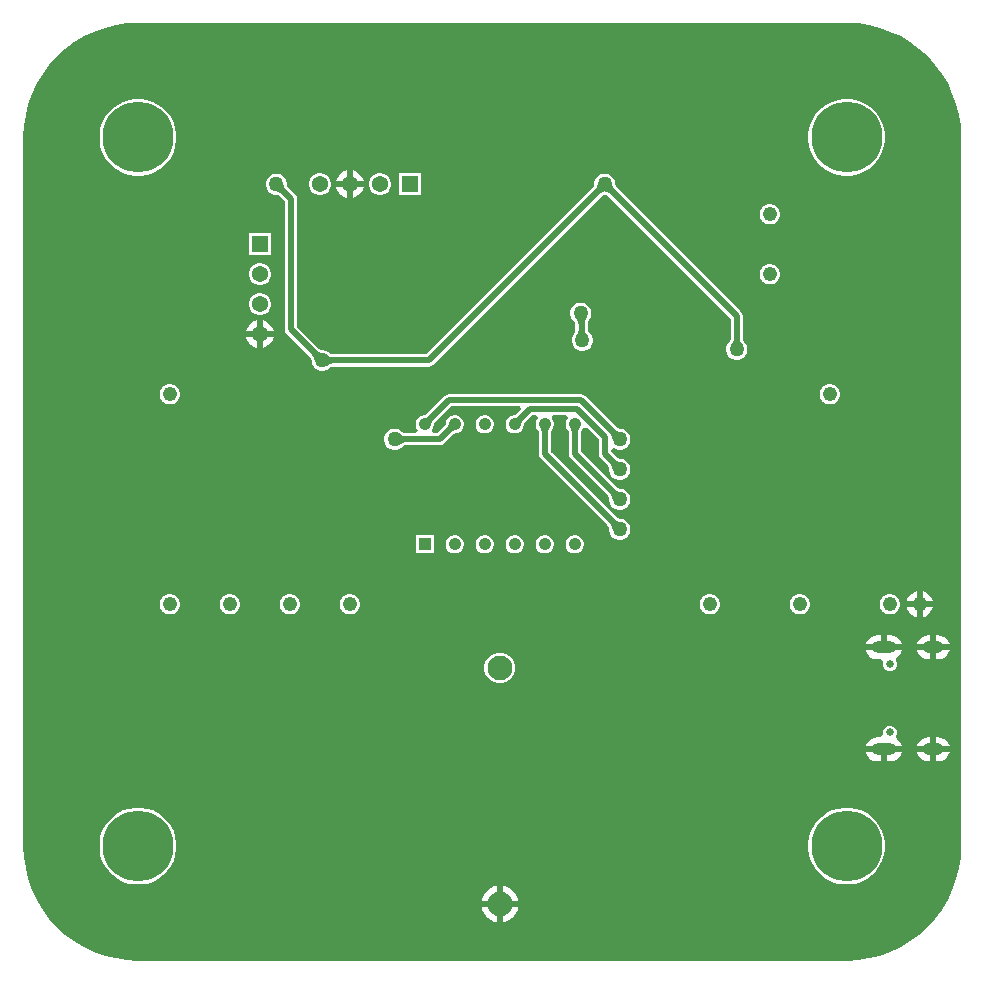
<source format=gbl>
G04*
G04 #@! TF.GenerationSoftware,Altium Limited,Altium Designer,25.3.3 (18)*
G04*
G04 Layer_Physical_Order=2*
G04 Layer_Color=16711680*
%FSLAX44Y44*%
%MOMM*%
G71*
G04*
G04 #@! TF.SameCoordinates,4553B921-64C7-485E-A772-E3B30A5B98F9*
G04*
G04*
G04 #@! TF.FilePolarity,Positive*
G04*
G01*
G75*
%ADD84C,0.5080*%
%ADD89C,1.3700*%
%ADD90R,1.3700X1.3700*%
%ADD91C,1.2400*%
%ADD92C,2.1000*%
%ADD93C,1.0500*%
%ADD94R,1.0500X1.0500*%
%ADD95O,1.8000X1.0000*%
%ADD96O,2.1000X1.0000*%
%ADD97C,0.6500*%
%ADD98R,1.3700X1.3700*%
%ADD99C,6.0000*%
%ADD100C,1.2700*%
G36*
X709503Y796483D02*
X718914Y795087D01*
X728143Y792775D01*
X737101Y789570D01*
X745702Y785502D01*
X753862Y780611D01*
X761504Y774943D01*
X768554Y768554D01*
X774943Y761504D01*
X780611Y753862D01*
X785502Y745702D01*
X789570Y737101D01*
X792775Y728143D01*
X795087Y718914D01*
X796483Y709503D01*
X796940Y700199D01*
X796900Y700000D01*
Y100000D01*
X796940Y99801D01*
X796483Y90497D01*
X795087Y81086D01*
X792775Y71857D01*
X789570Y62899D01*
X785502Y54298D01*
X780611Y46138D01*
X774943Y38496D01*
X768554Y31446D01*
X761504Y25057D01*
X753862Y19389D01*
X745702Y14498D01*
X737101Y10430D01*
X728143Y7225D01*
X718914Y4913D01*
X709503Y3517D01*
X700199Y3060D01*
X700000Y3100D01*
X100000D01*
X99801Y3060D01*
X90497Y3517D01*
X81086Y4913D01*
X71857Y7225D01*
X62899Y10430D01*
X54298Y14498D01*
X46138Y19389D01*
X38496Y25057D01*
X31446Y31446D01*
X25057Y38496D01*
X19389Y46138D01*
X14498Y54298D01*
X10430Y62899D01*
X7225Y71857D01*
X4913Y81086D01*
X3517Y90497D01*
X3060Y99801D01*
X3100Y100000D01*
Y700000D01*
X3060Y700199D01*
X3517Y709503D01*
X4913Y718914D01*
X7225Y728143D01*
X10430Y737101D01*
X14498Y745702D01*
X19389Y753862D01*
X25057Y761504D01*
X31446Y768554D01*
X38496Y774943D01*
X46138Y780611D01*
X54298Y785502D01*
X62899Y789570D01*
X71857Y792775D01*
X81086Y795087D01*
X90497Y796483D01*
X99801Y796940D01*
X100000Y796900D01*
X700000D01*
X700199Y796940D01*
X709503Y796483D01*
D02*
G37*
%LPC*%
G36*
X702561Y732540D02*
X697439D01*
X692380Y731739D01*
X687509Y730156D01*
X682945Y727831D01*
X678802Y724820D01*
X675180Y721199D01*
X672169Y717055D01*
X669844Y712491D01*
X668261Y707620D01*
X667460Y702561D01*
Y697439D01*
X668261Y692380D01*
X669844Y687509D01*
X672169Y682945D01*
X675180Y678802D01*
X678802Y675180D01*
X682945Y672169D01*
X687509Y669844D01*
X692380Y668261D01*
X697439Y667460D01*
X702561D01*
X707620Y668261D01*
X712491Y669844D01*
X717055Y672169D01*
X721199Y675180D01*
X724820Y678802D01*
X727831Y682945D01*
X730156Y687509D01*
X731739Y692380D01*
X732540Y697439D01*
Y702561D01*
X731739Y707620D01*
X730156Y712491D01*
X727831Y717055D01*
X724820Y721199D01*
X721199Y724820D01*
X717055Y727831D01*
X712491Y730156D01*
X707620Y731739D01*
X702561Y732540D01*
D02*
G37*
G36*
X102561D02*
X97439D01*
X92380Y731739D01*
X87509Y730156D01*
X82945Y727831D01*
X78801Y724820D01*
X75180Y721199D01*
X72169Y717055D01*
X69844Y712491D01*
X68261Y707620D01*
X67460Y702561D01*
Y697439D01*
X68261Y692380D01*
X69844Y687509D01*
X72169Y682945D01*
X75180Y678802D01*
X78801Y675180D01*
X82945Y672169D01*
X87509Y669844D01*
X92380Y668261D01*
X97439Y667460D01*
X102561D01*
X107620Y668261D01*
X112491Y669844D01*
X117055Y672169D01*
X121198Y675180D01*
X124820Y678802D01*
X127830Y682945D01*
X130156Y687509D01*
X131739Y692380D01*
X132540Y697439D01*
Y702561D01*
X131739Y707620D01*
X130156Y712491D01*
X127830Y717055D01*
X124820Y721199D01*
X121198Y724820D01*
X117055Y727831D01*
X112491Y730156D01*
X107620Y731739D01*
X102561Y732540D01*
D02*
G37*
G36*
X281940Y672070D02*
Y662940D01*
X291070D01*
X290517Y665005D01*
X288946Y667725D01*
X286725Y669946D01*
X284005Y671517D01*
X281940Y672070D01*
D02*
G37*
G36*
X276860D02*
X274795Y671517D01*
X272075Y669946D01*
X269854Y667725D01*
X268283Y665005D01*
X267730Y662940D01*
X276860D01*
Y672070D01*
D02*
G37*
G36*
X339590Y669790D02*
X320810D01*
Y651010D01*
X339590D01*
Y669790D01*
D02*
G37*
G36*
X306036D02*
X303564D01*
X301176Y669150D01*
X299034Y667914D01*
X297286Y666166D01*
X296050Y664024D01*
X295410Y661636D01*
Y659164D01*
X296050Y656776D01*
X297286Y654634D01*
X299034Y652886D01*
X301176Y651650D01*
X303564Y651010D01*
X306036D01*
X308424Y651650D01*
X310566Y652886D01*
X312314Y654634D01*
X313550Y656776D01*
X314190Y659164D01*
Y661636D01*
X313550Y664024D01*
X312314Y666166D01*
X310566Y667914D01*
X308424Y669150D01*
X306036Y669790D01*
D02*
G37*
G36*
X255236D02*
X252764D01*
X250376Y669150D01*
X248234Y667914D01*
X246486Y666166D01*
X245250Y664024D01*
X244610Y661636D01*
Y659164D01*
X245250Y656776D01*
X246486Y654634D01*
X248234Y652886D01*
X250376Y651650D01*
X252764Y651010D01*
X255236D01*
X257624Y651650D01*
X259766Y652886D01*
X261514Y654634D01*
X262750Y656776D01*
X263390Y659164D01*
Y661636D01*
X262750Y664024D01*
X261514Y666166D01*
X259766Y667914D01*
X257624Y669150D01*
X255236Y669790D01*
D02*
G37*
G36*
X291070Y657860D02*
X281940D01*
Y648730D01*
X284005Y649283D01*
X286725Y650854D01*
X288946Y653075D01*
X290517Y655795D01*
X291070Y657860D01*
D02*
G37*
G36*
X276860D02*
X267730D01*
X268283Y655795D01*
X269854Y653075D01*
X272075Y650854D01*
X274795Y649283D01*
X276860Y648730D01*
Y657860D01*
D02*
G37*
G36*
X636151Y643740D02*
X633849D01*
X631627Y643144D01*
X629633Y641994D01*
X628006Y640367D01*
X626856Y638373D01*
X626260Y636151D01*
Y633849D01*
X626856Y631627D01*
X628006Y629633D01*
X629633Y628006D01*
X631627Y626856D01*
X633849Y626260D01*
X636151D01*
X638373Y626856D01*
X640367Y628006D01*
X641994Y629633D01*
X643144Y631627D01*
X643740Y633849D01*
Y636151D01*
X643144Y638373D01*
X641994Y640367D01*
X640367Y641994D01*
X638373Y643144D01*
X636151Y643740D01*
D02*
G37*
G36*
X212590Y618990D02*
X193810D01*
Y600210D01*
X212590D01*
Y618990D01*
D02*
G37*
G36*
X636151Y592940D02*
X633849D01*
X631627Y592344D01*
X629633Y591194D01*
X628006Y589566D01*
X626856Y587574D01*
X626260Y585351D01*
Y583049D01*
X626856Y580826D01*
X628006Y578834D01*
X629633Y577206D01*
X631627Y576056D01*
X633849Y575460D01*
X636151D01*
X638373Y576056D01*
X640367Y577206D01*
X641994Y578834D01*
X643144Y580826D01*
X643740Y583049D01*
Y585351D01*
X643144Y587574D01*
X641994Y589566D01*
X640367Y591194D01*
X638373Y592344D01*
X636151Y592940D01*
D02*
G37*
G36*
X204436Y593590D02*
X201964D01*
X199576Y592950D01*
X197434Y591714D01*
X195686Y589966D01*
X194450Y587824D01*
X193810Y585436D01*
Y582964D01*
X194450Y580576D01*
X195686Y578434D01*
X197434Y576686D01*
X199576Y575450D01*
X201964Y574810D01*
X204436D01*
X206824Y575450D01*
X208966Y576686D01*
X210714Y578434D01*
X211950Y580576D01*
X212590Y582964D01*
Y585436D01*
X211950Y587824D01*
X210714Y589966D01*
X208966Y591714D01*
X206824Y592950D01*
X204436Y593590D01*
D02*
G37*
G36*
Y568190D02*
X201964D01*
X199576Y567550D01*
X197434Y566314D01*
X195686Y564566D01*
X194450Y562424D01*
X193810Y560036D01*
Y557564D01*
X194450Y555176D01*
X195686Y553034D01*
X197434Y551286D01*
X199576Y550050D01*
X201964Y549410D01*
X204436D01*
X206824Y550050D01*
X208966Y551286D01*
X210714Y553034D01*
X211950Y555176D01*
X212590Y557564D01*
Y560036D01*
X211950Y562424D01*
X210714Y564566D01*
X208966Y566314D01*
X206824Y567550D01*
X204436Y568190D01*
D02*
G37*
G36*
X205740Y545070D02*
Y535940D01*
X214870D01*
X214317Y538005D01*
X212746Y540725D01*
X210525Y542946D01*
X207805Y544517D01*
X205740Y545070D01*
D02*
G37*
G36*
X200660D02*
X198595Y544517D01*
X195875Y542946D01*
X193654Y540725D01*
X192083Y538005D01*
X191530Y535940D01*
X200660D01*
Y545070D01*
D02*
G37*
G36*
X214870Y530860D02*
X205740D01*
Y521730D01*
X207805Y522283D01*
X210525Y523854D01*
X212746Y526075D01*
X214317Y528795D01*
X214870Y530860D01*
D02*
G37*
G36*
X200660D02*
X191530D01*
X192083Y528795D01*
X193654Y526075D01*
X195875Y523854D01*
X198595Y522283D01*
X200660Y521730D01*
Y530860D01*
D02*
G37*
G36*
X476150Y560070D02*
X473810D01*
X471549Y559464D01*
X469521Y558294D01*
X467866Y556639D01*
X466696Y554611D01*
X466090Y552350D01*
Y550010D01*
X466696Y547749D01*
X467866Y545721D01*
X469267Y544321D01*
X469296Y544283D01*
X469373Y544215D01*
X469521Y544066D01*
X469578Y544034D01*
X469591Y544022D01*
X469765Y543834D01*
X469916Y543633D01*
X470051Y543412D01*
X470169Y543163D01*
X470273Y542880D01*
X470360Y542556D01*
X470426Y542189D01*
X470435Y542099D01*
Y536721D01*
X470433Y536691D01*
X470372Y536270D01*
X470288Y535880D01*
X470185Y535518D01*
X470063Y535184D01*
X469922Y534873D01*
X469763Y534582D01*
X469584Y534308D01*
X469322Y533968D01*
X469319Y533961D01*
X469136Y533779D01*
X467966Y531751D01*
X467360Y529490D01*
Y527150D01*
X467966Y524889D01*
X469136Y522861D01*
X470791Y521206D01*
X472819Y520036D01*
X475080Y519430D01*
X477420D01*
X479681Y520036D01*
X481709Y521206D01*
X483364Y522861D01*
X484534Y524889D01*
X485140Y527150D01*
Y529490D01*
X484534Y531751D01*
X483364Y533779D01*
X481963Y535179D01*
X481934Y535217D01*
X481857Y535285D01*
X481709Y535434D01*
X481652Y535466D01*
X481639Y535478D01*
X481465Y535666D01*
X481314Y535867D01*
X481179Y536088D01*
X481060Y536337D01*
X480957Y536620D01*
X480870Y536944D01*
X480804Y537311D01*
X480794Y537401D01*
Y542779D01*
X480797Y542809D01*
X480858Y543230D01*
X480942Y543620D01*
X481045Y543982D01*
X481167Y544316D01*
X481308Y544627D01*
X481467Y544918D01*
X481646Y545192D01*
X481908Y545532D01*
X481911Y545539D01*
X482094Y545721D01*
X483264Y547749D01*
X483870Y550010D01*
Y552350D01*
X483264Y554611D01*
X482094Y556639D01*
X480439Y558294D01*
X478411Y559464D01*
X476150Y560070D01*
D02*
G37*
G36*
X496520Y669290D02*
X494180D01*
X491919Y668684D01*
X489892Y667514D01*
X488236Y665859D01*
X487066Y663831D01*
X486460Y661570D01*
Y660628D01*
X486412Y660423D01*
X486398Y660008D01*
X486362Y659714D01*
X486300Y659425D01*
X486211Y659135D01*
X486091Y658839D01*
X485937Y658535D01*
X485745Y658222D01*
X485513Y657897D01*
X485469Y657843D01*
X343985Y516360D01*
X264695D01*
X264626Y516366D01*
X264232Y516431D01*
X263875Y516518D01*
X263551Y516624D01*
X263257Y516748D01*
X262989Y516890D01*
X262740Y517051D01*
X262507Y517233D01*
X262204Y517517D01*
X262025Y517628D01*
X261359Y518294D01*
X259331Y519464D01*
X257070Y520070D01*
X256128D01*
X255923Y520118D01*
X255508Y520132D01*
X255214Y520168D01*
X254925Y520230D01*
X254634Y520320D01*
X254339Y520439D01*
X254035Y520593D01*
X253721Y520785D01*
X253397Y521017D01*
X253343Y521062D01*
X234669Y539736D01*
Y648081D01*
X234669Y648081D01*
X234274Y650063D01*
X233151Y651743D01*
X227051Y657843D01*
X227007Y657897D01*
X226775Y658221D01*
X226583Y658535D01*
X226429Y658839D01*
X226310Y659135D01*
X226220Y659425D01*
X226158Y659714D01*
X226122Y660008D01*
X226108Y660423D01*
X226060Y660628D01*
Y661570D01*
X225454Y663831D01*
X224284Y665859D01*
X222629Y667514D01*
X220601Y668684D01*
X218340Y669290D01*
X216000D01*
X213739Y668684D01*
X211711Y667514D01*
X210056Y665859D01*
X208886Y663831D01*
X208280Y661570D01*
Y659230D01*
X208886Y656969D01*
X210056Y654941D01*
X211711Y653286D01*
X213739Y652116D01*
X216000Y651510D01*
X216942D01*
X217147Y651462D01*
X217562Y651448D01*
X217856Y651412D01*
X218145Y651350D01*
X218435Y651261D01*
X218731Y651141D01*
X219035Y650987D01*
X219349Y650795D01*
X219673Y650563D01*
X219727Y650519D01*
X224310Y645936D01*
Y537591D01*
X224704Y535609D01*
X225826Y533928D01*
X246019Y513737D01*
X246063Y513683D01*
X246295Y513359D01*
X246487Y513045D01*
X246640Y512741D01*
X246760Y512445D01*
X246850Y512155D01*
X246912Y511866D01*
X246948Y511572D01*
X246962Y511157D01*
X247010Y510952D01*
Y510010D01*
X247616Y507749D01*
X248786Y505722D01*
X250441Y504066D01*
X252468Y502896D01*
X254729Y502290D01*
X257070D01*
X259331Y502896D01*
X261359Y504066D01*
X262025Y504732D01*
X262204Y504843D01*
X262507Y505127D01*
X262740Y505309D01*
X262989Y505470D01*
X263257Y505612D01*
X263551Y505736D01*
X263875Y505843D01*
X264232Y505929D01*
X264626Y505994D01*
X264695Y506001D01*
X346130D01*
X348112Y506395D01*
X349793Y507518D01*
X492794Y650519D01*
X492847Y650563D01*
X493172Y650795D01*
X493485Y650987D01*
X493789Y651141D01*
X494085Y651261D01*
X494375Y651350D01*
X494664Y651412D01*
X494958Y651448D01*
X495350Y651461D01*
X495742Y651448D01*
X496036Y651412D01*
X496325Y651350D01*
X496615Y651261D01*
X496911Y651141D01*
X497215Y650987D01*
X497529Y650795D01*
X497853Y650563D01*
X497906Y650519D01*
X601880Y546545D01*
Y529495D01*
X601874Y529426D01*
X601809Y529032D01*
X601722Y528675D01*
X601616Y528351D01*
X601492Y528057D01*
X601350Y527789D01*
X601189Y527540D01*
X601007Y527307D01*
X600723Y527004D01*
X600612Y526825D01*
X599946Y526159D01*
X598776Y524131D01*
X598170Y521870D01*
Y519530D01*
X598776Y517269D01*
X599946Y515241D01*
X601601Y513586D01*
X603629Y512416D01*
X605890Y511810D01*
X608230D01*
X610491Y512416D01*
X612519Y513586D01*
X614174Y515241D01*
X615344Y517269D01*
X615950Y519530D01*
Y521870D01*
X615344Y524131D01*
X614174Y526159D01*
X613508Y526825D01*
X613396Y527004D01*
X613113Y527307D01*
X612931Y527540D01*
X612770Y527789D01*
X612628Y528057D01*
X612504Y528351D01*
X612398Y528675D01*
X612311Y529032D01*
X612246Y529426D01*
X612239Y529495D01*
Y548690D01*
X612239Y548690D01*
X611845Y550672D01*
X610723Y552352D01*
X505232Y657843D01*
X505187Y657897D01*
X504955Y658221D01*
X504763Y658535D01*
X504609Y658839D01*
X504490Y659135D01*
X504400Y659425D01*
X504338Y659714D01*
X504302Y660008D01*
X504288Y660423D01*
X504240Y660628D01*
Y661570D01*
X503634Y663831D01*
X502464Y665859D01*
X500809Y667514D01*
X498782Y668684D01*
X496520Y669290D01*
D02*
G37*
G36*
X686951Y491340D02*
X684649D01*
X682427Y490744D01*
X680434Y489594D01*
X678806Y487966D01*
X677656Y485974D01*
X677060Y483751D01*
Y481449D01*
X677656Y479226D01*
X678806Y477234D01*
X680434Y475606D01*
X682427Y474456D01*
X684649Y473860D01*
X686951D01*
X689174Y474456D01*
X691167Y475606D01*
X692794Y477234D01*
X693944Y479226D01*
X694540Y481449D01*
Y483751D01*
X693944Y485974D01*
X692794Y487966D01*
X691167Y489594D01*
X689174Y490744D01*
X686951Y491340D01*
D02*
G37*
G36*
X128151D02*
X125849D01*
X123626Y490744D01*
X121634Y489594D01*
X120006Y487966D01*
X118856Y485974D01*
X118260Y483751D01*
Y481449D01*
X118856Y479226D01*
X120006Y477234D01*
X121634Y475606D01*
X123626Y474456D01*
X125849Y473860D01*
X128151D01*
X130373Y474456D01*
X132367Y475606D01*
X133994Y477234D01*
X135144Y479226D01*
X135740Y481449D01*
Y483751D01*
X135144Y485974D01*
X133994Y487966D01*
X132367Y489594D01*
X130373Y490744D01*
X128151Y491340D01*
D02*
G37*
G36*
X394726Y464990D02*
X392674D01*
X390693Y464459D01*
X388917Y463433D01*
X387467Y461983D01*
X386441Y460207D01*
X385910Y458226D01*
Y456174D01*
X386441Y454193D01*
X387467Y452417D01*
X388917Y450966D01*
X390693Y449941D01*
X392674Y449410D01*
X394726D01*
X396707Y449941D01*
X398483Y450966D01*
X399934Y452417D01*
X400959Y454193D01*
X401490Y456174D01*
Y458226D01*
X400959Y460207D01*
X399934Y461983D01*
X398483Y463433D01*
X396707Y464459D01*
X394726Y464990D01*
D02*
G37*
G36*
X474980Y482700D02*
X363220D01*
X361238Y482305D01*
X359557Y481183D01*
X344028Y465653D01*
X343849Y465511D01*
X343604Y465340D01*
X343395Y465213D01*
X343225Y465126D01*
X343097Y465075D01*
X343016Y465051D01*
X342979Y465045D01*
X342813Y465036D01*
X342634Y464990D01*
X341874D01*
X339893Y464459D01*
X338117Y463433D01*
X336666Y461983D01*
X335641Y460207D01*
X335110Y458226D01*
Y456174D01*
X335641Y454193D01*
X336666Y452417D01*
X336864Y452220D01*
X335812Y449679D01*
X326295D01*
X326226Y449686D01*
X325832Y449751D01*
X325475Y449838D01*
X325151Y449944D01*
X324857Y450068D01*
X324589Y450210D01*
X324340Y450370D01*
X324107Y450553D01*
X323804Y450836D01*
X323625Y450948D01*
X322959Y451614D01*
X320931Y452784D01*
X318670Y453390D01*
X316330D01*
X314069Y452784D01*
X312041Y451614D01*
X310386Y449959D01*
X309216Y447931D01*
X308610Y445670D01*
Y443330D01*
X309216Y441069D01*
X310386Y439041D01*
X312041Y437386D01*
X314069Y436216D01*
X316330Y435610D01*
X318670D01*
X320931Y436216D01*
X322959Y437386D01*
X323625Y438052D01*
X323804Y438163D01*
X324107Y438447D01*
X324340Y438629D01*
X324589Y438790D01*
X324857Y438932D01*
X325151Y439056D01*
X325475Y439162D01*
X325832Y439249D01*
X326226Y439314D01*
X326295Y439320D01*
X355600D01*
X357582Y439715D01*
X359263Y440838D01*
X367172Y448747D01*
X367351Y448889D01*
X367596Y449060D01*
X367805Y449187D01*
X367975Y449274D01*
X368103Y449325D01*
X368184Y449349D01*
X368221Y449355D01*
X368387Y449364D01*
X368566Y449410D01*
X369326D01*
X371307Y449941D01*
X373083Y450966D01*
X374534Y452417D01*
X375559Y454193D01*
X376090Y456174D01*
Y458226D01*
X375559Y460207D01*
X374534Y461983D01*
X373083Y463433D01*
X371307Y464459D01*
X369326Y464990D01*
X367274D01*
X365293Y464459D01*
X363517Y463433D01*
X362066Y461983D01*
X361041Y460207D01*
X360510Y458226D01*
Y457466D01*
X360464Y457287D01*
X360455Y457121D01*
X360449Y457084D01*
X360425Y457003D01*
X360374Y456875D01*
X360287Y456705D01*
X360160Y456495D01*
X360008Y456279D01*
X359777Y456002D01*
X353455Y449679D01*
X349988D01*
X348936Y452220D01*
X349133Y452417D01*
X350159Y454193D01*
X350690Y456174D01*
Y456934D01*
X350736Y457113D01*
X350745Y457279D01*
X350751Y457316D01*
X350775Y457397D01*
X350826Y457525D01*
X350913Y457695D01*
X351040Y457905D01*
X351192Y458121D01*
X351423Y458398D01*
X365365Y472341D01*
X423597D01*
X424569Y469994D01*
X420228Y465653D01*
X420049Y465511D01*
X419804Y465340D01*
X419595Y465213D01*
X419425Y465126D01*
X419297Y465075D01*
X419216Y465051D01*
X419179Y465045D01*
X419013Y465036D01*
X418834Y464990D01*
X418074D01*
X416093Y464459D01*
X414317Y463433D01*
X412867Y461983D01*
X411841Y460207D01*
X411310Y458226D01*
Y456174D01*
X411841Y454193D01*
X412867Y452417D01*
X414317Y450966D01*
X416093Y449941D01*
X418074Y449410D01*
X420126D01*
X422107Y449941D01*
X423883Y450966D01*
X425334Y452417D01*
X426359Y454193D01*
X426890Y456174D01*
Y456934D01*
X426936Y457113D01*
X426945Y457279D01*
X426951Y457316D01*
X426975Y457397D01*
X427026Y457525D01*
X427113Y457695D01*
X427240Y457905D01*
X427392Y458121D01*
X427623Y458398D01*
X433945Y464720D01*
X437412D01*
X438464Y462180D01*
X438266Y461983D01*
X437241Y460207D01*
X436710Y458226D01*
Y456174D01*
X437241Y454193D01*
X438266Y452417D01*
X438804Y451880D01*
X438898Y451721D01*
X439009Y451597D01*
X439030Y451567D01*
X439071Y451492D01*
X439125Y451366D01*
X439184Y451184D01*
X439242Y450946D01*
X439288Y450686D01*
X439320Y450326D01*
Y431800D01*
X439715Y429818D01*
X440838Y428138D01*
X498119Y370857D01*
X498163Y370803D01*
X498395Y370479D01*
X498587Y370165D01*
X498741Y369861D01*
X498861Y369566D01*
X498950Y369275D01*
X499012Y368986D01*
X499048Y368692D01*
X499062Y368277D01*
X499110Y368072D01*
Y367130D01*
X499716Y364869D01*
X500886Y362841D01*
X502541Y361186D01*
X504569Y360016D01*
X506830Y359410D01*
X509170D01*
X511431Y360016D01*
X513459Y361186D01*
X515114Y362841D01*
X516284Y364869D01*
X516890Y367130D01*
Y369470D01*
X516284Y371731D01*
X515114Y373759D01*
X513459Y375414D01*
X511431Y376584D01*
X509170Y377190D01*
X508228D01*
X508023Y377238D01*
X507608Y377252D01*
X507314Y377288D01*
X507025Y377350D01*
X506735Y377439D01*
X506439Y377559D01*
X506135Y377713D01*
X505821Y377905D01*
X505497Y378137D01*
X505443Y378181D01*
X449679Y433945D01*
Y450425D01*
X449706Y450652D01*
X449757Y450946D01*
X449816Y451184D01*
X449875Y451366D01*
X449929Y451492D01*
X449970Y451567D01*
X449991Y451597D01*
X450102Y451721D01*
X450196Y451880D01*
X450733Y452417D01*
X451759Y454193D01*
X452290Y456174D01*
Y458226D01*
X451759Y460207D01*
X450733Y461983D01*
X450536Y462180D01*
X451588Y464720D01*
X462812D01*
X463864Y462180D01*
X463666Y461983D01*
X462641Y460207D01*
X462110Y458226D01*
Y456174D01*
X462641Y454193D01*
X463666Y452417D01*
X464204Y451880D01*
X464298Y451721D01*
X464409Y451597D01*
X464430Y451567D01*
X464471Y451492D01*
X464525Y451366D01*
X464584Y451184D01*
X464642Y450946D01*
X464688Y450686D01*
X464720Y450326D01*
Y431800D01*
X465115Y429818D01*
X466237Y428138D01*
X498119Y396256D01*
X498163Y396203D01*
X498395Y395879D01*
X498587Y395565D01*
X498741Y395261D01*
X498861Y394966D01*
X498950Y394675D01*
X499012Y394386D01*
X499048Y394092D01*
X499062Y393677D01*
X499110Y393472D01*
Y392530D01*
X499716Y390269D01*
X500886Y388241D01*
X502541Y386586D01*
X504569Y385416D01*
X506830Y384810D01*
X509170D01*
X511431Y385416D01*
X513459Y386586D01*
X515114Y388241D01*
X516284Y390269D01*
X516890Y392530D01*
Y394870D01*
X516284Y397131D01*
X515114Y399159D01*
X513459Y400814D01*
X511431Y401984D01*
X509170Y402590D01*
X508228D01*
X508023Y402638D01*
X507608Y402652D01*
X507314Y402688D01*
X507025Y402750D01*
X506735Y402840D01*
X506439Y402959D01*
X506135Y403113D01*
X505821Y403305D01*
X505497Y403537D01*
X505443Y403581D01*
X475079Y433945D01*
Y450425D01*
X475106Y450652D01*
X475158Y450946D01*
X475216Y451184D01*
X475275Y451366D01*
X475329Y451492D01*
X475370Y451567D01*
X475391Y451597D01*
X475502Y451721D01*
X475596Y451880D01*
X476133Y452417D01*
X476959Y453847D01*
X478318Y454333D01*
X479877Y454522D01*
X490121Y444278D01*
Y431800D01*
X490515Y429818D01*
X491637Y428138D01*
X498119Y421656D01*
X498163Y421603D01*
X498395Y421279D01*
X498587Y420965D01*
X498741Y420661D01*
X498861Y420365D01*
X498950Y420075D01*
X499012Y419786D01*
X499048Y419492D01*
X499062Y419077D01*
X499110Y418872D01*
Y417930D01*
X499716Y415669D01*
X500886Y413641D01*
X502541Y411986D01*
X504569Y410816D01*
X506830Y410210D01*
X509170D01*
X511431Y410816D01*
X513459Y411986D01*
X515114Y413641D01*
X516284Y415669D01*
X516890Y417930D01*
Y420270D01*
X516284Y422531D01*
X515114Y424559D01*
X513459Y426214D01*
X511431Y427384D01*
X509170Y427990D01*
X508228D01*
X508023Y428038D01*
X507608Y428052D01*
X507314Y428088D01*
X507025Y428150D01*
X506735Y428240D01*
X506439Y428359D01*
X506135Y428513D01*
X505821Y428705D01*
X505497Y428937D01*
X505443Y428982D01*
X500886Y433539D01*
X501005Y435881D01*
X503262Y436970D01*
X504569Y436216D01*
X506830Y435610D01*
X509170D01*
X511431Y436216D01*
X513459Y437386D01*
X515114Y439041D01*
X516284Y441069D01*
X516890Y443330D01*
Y445670D01*
X516284Y447931D01*
X515114Y449959D01*
X513459Y451614D01*
X511431Y452784D01*
X509170Y453390D01*
X508228D01*
X508023Y453438D01*
X507608Y453452D01*
X507314Y453488D01*
X507025Y453550D01*
X506735Y453639D01*
X506439Y453759D01*
X506135Y453913D01*
X505821Y454105D01*
X505497Y454337D01*
X505443Y454381D01*
X478643Y481183D01*
X476962Y482305D01*
X474980Y482700D01*
D02*
G37*
G36*
X470926Y363390D02*
X468874D01*
X466893Y362859D01*
X465117Y361833D01*
X463666Y360383D01*
X462641Y358607D01*
X462110Y356626D01*
Y354574D01*
X462641Y352593D01*
X463666Y350817D01*
X465117Y349366D01*
X466893Y348341D01*
X468874Y347810D01*
X470926D01*
X472907Y348341D01*
X474683Y349366D01*
X476133Y350817D01*
X477159Y352593D01*
X477690Y354574D01*
Y356626D01*
X477159Y358607D01*
X476133Y360383D01*
X474683Y361833D01*
X472907Y362859D01*
X470926Y363390D01*
D02*
G37*
G36*
X445526D02*
X443474D01*
X441493Y362859D01*
X439717Y361833D01*
X438266Y360383D01*
X437241Y358607D01*
X436710Y356626D01*
Y354574D01*
X437241Y352593D01*
X438266Y350817D01*
X439717Y349366D01*
X441493Y348341D01*
X443474Y347810D01*
X445526D01*
X447507Y348341D01*
X449283Y349366D01*
X450733Y350817D01*
X451759Y352593D01*
X452290Y354574D01*
Y356626D01*
X451759Y358607D01*
X450733Y360383D01*
X449283Y361833D01*
X447507Y362859D01*
X445526Y363390D01*
D02*
G37*
G36*
X420126D02*
X418074D01*
X416093Y362859D01*
X414317Y361833D01*
X412867Y360383D01*
X411841Y358607D01*
X411310Y356626D01*
Y354574D01*
X411841Y352593D01*
X412867Y350817D01*
X414317Y349366D01*
X416093Y348341D01*
X418074Y347810D01*
X420126D01*
X422107Y348341D01*
X423883Y349366D01*
X425334Y350817D01*
X426359Y352593D01*
X426890Y354574D01*
Y356626D01*
X426359Y358607D01*
X425334Y360383D01*
X423883Y361833D01*
X422107Y362859D01*
X420126Y363390D01*
D02*
G37*
G36*
X394726D02*
X392674D01*
X390693Y362859D01*
X388917Y361833D01*
X387467Y360383D01*
X386441Y358607D01*
X385910Y356626D01*
Y354574D01*
X386441Y352593D01*
X387467Y350817D01*
X388917Y349366D01*
X390693Y348341D01*
X392674Y347810D01*
X394726D01*
X396707Y348341D01*
X398483Y349366D01*
X399934Y350817D01*
X400959Y352593D01*
X401490Y354574D01*
Y356626D01*
X400959Y358607D01*
X399934Y360383D01*
X398483Y361833D01*
X396707Y362859D01*
X394726Y363390D01*
D02*
G37*
G36*
X369326D02*
X367274D01*
X365293Y362859D01*
X363517Y361833D01*
X362066Y360383D01*
X361041Y358607D01*
X360510Y356626D01*
Y354574D01*
X361041Y352593D01*
X362066Y350817D01*
X363517Y349366D01*
X365293Y348341D01*
X367274Y347810D01*
X369326D01*
X371307Y348341D01*
X373083Y349366D01*
X374534Y350817D01*
X375559Y352593D01*
X376090Y354574D01*
Y356626D01*
X375559Y358607D01*
X374534Y360383D01*
X373083Y361833D01*
X371307Y362859D01*
X369326Y363390D01*
D02*
G37*
G36*
X350690D02*
X335110D01*
Y347810D01*
X350690D01*
Y363390D01*
D02*
G37*
G36*
X764540Y315797D02*
Y307340D01*
X772997D01*
X772511Y309154D01*
X771026Y311726D01*
X768926Y313826D01*
X766354Y315311D01*
X764540Y315797D01*
D02*
G37*
G36*
X759460D02*
X757646Y315311D01*
X755074Y313826D01*
X752974Y311726D01*
X751489Y309154D01*
X751003Y307340D01*
X759460D01*
Y315797D01*
D02*
G37*
G36*
X737751Y313540D02*
X735449D01*
X733226Y312944D01*
X731234Y311794D01*
X729606Y310166D01*
X728456Y308174D01*
X727860Y305951D01*
Y303649D01*
X728456Y301427D01*
X729606Y299433D01*
X731234Y297806D01*
X733226Y296656D01*
X735449Y296060D01*
X737751D01*
X739974Y296656D01*
X741966Y297806D01*
X743594Y299433D01*
X744744Y301427D01*
X745340Y303649D01*
Y305951D01*
X744744Y308174D01*
X743594Y310166D01*
X741966Y311794D01*
X739974Y312944D01*
X737751Y313540D01*
D02*
G37*
G36*
X661551D02*
X659249D01*
X657027Y312944D01*
X655033Y311794D01*
X653406Y310166D01*
X652256Y308174D01*
X651660Y305951D01*
Y303649D01*
X652256Y301427D01*
X653406Y299433D01*
X655033Y297806D01*
X657027Y296656D01*
X659249Y296060D01*
X661551D01*
X663773Y296656D01*
X665767Y297806D01*
X667394Y299433D01*
X668544Y301427D01*
X669140Y303649D01*
Y305951D01*
X668544Y308174D01*
X667394Y310166D01*
X665767Y311794D01*
X663773Y312944D01*
X661551Y313540D01*
D02*
G37*
G36*
X585351D02*
X583049D01*
X580826Y312944D01*
X578834Y311794D01*
X577206Y310166D01*
X576056Y308174D01*
X575460Y305951D01*
Y303649D01*
X576056Y301427D01*
X577206Y299433D01*
X578834Y297806D01*
X580826Y296656D01*
X583049Y296060D01*
X585351D01*
X587574Y296656D01*
X589566Y297806D01*
X591194Y299433D01*
X592344Y301427D01*
X592940Y303649D01*
Y305951D01*
X592344Y308174D01*
X591194Y310166D01*
X589566Y311794D01*
X587574Y312944D01*
X585351Y313540D01*
D02*
G37*
G36*
X280551D02*
X278249D01*
X276026Y312944D01*
X274034Y311794D01*
X272406Y310166D01*
X271256Y308174D01*
X270660Y305951D01*
Y303649D01*
X271256Y301427D01*
X272406Y299433D01*
X274034Y297806D01*
X276026Y296656D01*
X278249Y296060D01*
X280551D01*
X282773Y296656D01*
X284767Y297806D01*
X286394Y299433D01*
X287544Y301427D01*
X288140Y303649D01*
Y305951D01*
X287544Y308174D01*
X286394Y310166D01*
X284767Y311794D01*
X282773Y312944D01*
X280551Y313540D01*
D02*
G37*
G36*
X229751D02*
X227449D01*
X225226Y312944D01*
X223234Y311794D01*
X221606Y310166D01*
X220456Y308174D01*
X219860Y305951D01*
Y303649D01*
X220456Y301427D01*
X221606Y299433D01*
X223234Y297806D01*
X225226Y296656D01*
X227449Y296060D01*
X229751D01*
X231973Y296656D01*
X233967Y297806D01*
X235594Y299433D01*
X236744Y301427D01*
X237340Y303649D01*
Y305951D01*
X236744Y308174D01*
X235594Y310166D01*
X233967Y311794D01*
X231973Y312944D01*
X229751Y313540D01*
D02*
G37*
G36*
X178951D02*
X176649D01*
X174426Y312944D01*
X172433Y311794D01*
X170806Y310166D01*
X169656Y308174D01*
X169060Y305951D01*
Y303649D01*
X169656Y301427D01*
X170806Y299433D01*
X172433Y297806D01*
X174426Y296656D01*
X176649Y296060D01*
X178951D01*
X181173Y296656D01*
X183167Y297806D01*
X184794Y299433D01*
X185944Y301427D01*
X186540Y303649D01*
Y305951D01*
X185944Y308174D01*
X184794Y310166D01*
X183167Y311794D01*
X181173Y312944D01*
X178951Y313540D01*
D02*
G37*
G36*
X128151D02*
X125849D01*
X123626Y312944D01*
X121634Y311794D01*
X120006Y310166D01*
X118856Y308174D01*
X118260Y305951D01*
Y303649D01*
X118856Y301427D01*
X120006Y299433D01*
X121634Y297806D01*
X123626Y296656D01*
X125849Y296060D01*
X128151D01*
X130373Y296656D01*
X132367Y297806D01*
X133994Y299433D01*
X135144Y301427D01*
X135740Y303649D01*
Y305951D01*
X135144Y308174D01*
X133994Y310166D01*
X132367Y311794D01*
X130373Y312944D01*
X128151Y313540D01*
D02*
G37*
G36*
X772997Y302260D02*
X764540D01*
Y293803D01*
X766354Y294289D01*
X768926Y295774D01*
X771026Y297874D01*
X772511Y300446D01*
X772997Y302260D01*
D02*
G37*
G36*
X759460D02*
X751003D01*
X751489Y300446D01*
X752974Y297874D01*
X755074Y295774D01*
X757646Y294289D01*
X759460Y293803D01*
Y302260D01*
D02*
G37*
G36*
X777400Y278467D02*
X775940D01*
Y270840D01*
X787233D01*
X787221Y270931D01*
X786205Y273383D01*
X784589Y275489D01*
X782484Y277104D01*
X780031Y278120D01*
X777400Y278467D01*
D02*
G37*
G36*
X737100D02*
X734140D01*
Y270840D01*
X746933D01*
X746921Y270931D01*
X745905Y273383D01*
X744289Y275489D01*
X742184Y277104D01*
X739732Y278120D01*
X737100Y278467D01*
D02*
G37*
G36*
X770860D02*
X769400D01*
X766769Y278120D01*
X764317Y277104D01*
X762211Y275489D01*
X760595Y273383D01*
X759579Y270931D01*
X759567Y270840D01*
X770860D01*
Y278467D01*
D02*
G37*
G36*
X729060D02*
X726100D01*
X723469Y278120D01*
X721017Y277104D01*
X718911Y275489D01*
X717295Y273383D01*
X716280Y270931D01*
X716268Y270840D01*
X729060D01*
Y278467D01*
D02*
G37*
G36*
X787233Y265760D02*
X775940D01*
Y258133D01*
X777400D01*
X780031Y258479D01*
X782484Y259495D01*
X784589Y261111D01*
X786205Y263216D01*
X787221Y265668D01*
X787233Y265760D01*
D02*
G37*
G36*
X770860D02*
X759567D01*
X759579Y265668D01*
X760595Y263216D01*
X762211Y261111D01*
X764317Y259495D01*
X766769Y258479D01*
X769400Y258133D01*
X770860D01*
Y265760D01*
D02*
G37*
G36*
X746933D02*
X731600D01*
X716268D01*
X716280Y265668D01*
X717295Y263216D01*
X718911Y261111D01*
X721017Y259495D01*
X723469Y258479D01*
X726100Y258133D01*
X729296D01*
X730993Y255593D01*
X730810Y255152D01*
Y252848D01*
X731692Y250720D01*
X733320Y249091D01*
X735448Y248210D01*
X737752D01*
X739880Y249091D01*
X741508Y250720D01*
X742390Y252848D01*
Y255152D01*
X741508Y257280D01*
X742581Y259800D01*
X744289Y261111D01*
X745905Y263216D01*
X746921Y265668D01*
X746933Y265760D01*
D02*
G37*
G36*
X408117Y263840D02*
X404683D01*
X401367Y262952D01*
X398393Y261235D01*
X395965Y258807D01*
X394249Y255833D01*
X393360Y252517D01*
Y249083D01*
X394249Y245767D01*
X395965Y242793D01*
X398393Y240366D01*
X401367Y238649D01*
X404683Y237760D01*
X408117D01*
X411433Y238649D01*
X414407Y240366D01*
X416835Y242793D01*
X418551Y245767D01*
X419440Y249083D01*
Y252517D01*
X418551Y255833D01*
X416835Y258807D01*
X414407Y261235D01*
X411433Y262952D01*
X408117Y263840D01*
D02*
G37*
G36*
X777400Y192067D02*
X775940D01*
Y184440D01*
X787233D01*
X787221Y184531D01*
X786205Y186984D01*
X784589Y189089D01*
X782484Y190705D01*
X780031Y191721D01*
X777400Y192067D01*
D02*
G37*
G36*
X770860D02*
X769400D01*
X766769Y191721D01*
X764317Y190705D01*
X762211Y189089D01*
X760595Y186984D01*
X759579Y184531D01*
X759567Y184440D01*
X770860D01*
Y192067D01*
D02*
G37*
G36*
X737752Y201990D02*
X735448D01*
X733320Y201108D01*
X731692Y199480D01*
X730810Y197351D01*
Y195048D01*
X730993Y194607D01*
X729296Y192067D01*
X726100D01*
X723469Y191721D01*
X721017Y190705D01*
X718911Y189089D01*
X717295Y186984D01*
X716280Y184531D01*
X716268Y184440D01*
X731600D01*
X746933D01*
X746921Y184531D01*
X745905Y186984D01*
X744289Y189089D01*
X742581Y190400D01*
X741508Y192920D01*
X742390Y195048D01*
Y197351D01*
X741508Y199480D01*
X739880Y201108D01*
X737752Y201990D01*
D02*
G37*
G36*
X787233Y179360D02*
X775940D01*
Y171733D01*
X777400D01*
X780031Y172080D01*
X782484Y173095D01*
X784589Y174711D01*
X786205Y176817D01*
X787221Y179269D01*
X787233Y179360D01*
D02*
G37*
G36*
X770860D02*
X759567D01*
X759579Y179269D01*
X760595Y176817D01*
X762211Y174711D01*
X764317Y173095D01*
X766769Y172080D01*
X769400Y171733D01*
X770860D01*
Y179360D01*
D02*
G37*
G36*
X746933D02*
X734140D01*
Y171733D01*
X737100D01*
X739732Y172080D01*
X742184Y173095D01*
X744289Y174711D01*
X745905Y176817D01*
X746921Y179269D01*
X746933Y179360D01*
D02*
G37*
G36*
X729060D02*
X716268D01*
X716280Y179269D01*
X717295Y176817D01*
X718911Y174711D01*
X721017Y173095D01*
X723469Y172080D01*
X726100Y171733D01*
X729060D01*
Y179360D01*
D02*
G37*
G36*
X702561Y132540D02*
X697439D01*
X692380Y131739D01*
X687509Y130156D01*
X682945Y127830D01*
X678802Y124820D01*
X675180Y121198D01*
X672169Y117055D01*
X669844Y112491D01*
X668261Y107620D01*
X667460Y102561D01*
Y97439D01*
X668261Y92380D01*
X669844Y87509D01*
X672169Y82945D01*
X675180Y78801D01*
X678802Y75180D01*
X682945Y72169D01*
X687509Y69844D01*
X692380Y68261D01*
X697439Y67460D01*
X702561D01*
X707620Y68261D01*
X712491Y69844D01*
X717055Y72169D01*
X721199Y75180D01*
X724820Y78801D01*
X727831Y82945D01*
X730156Y87509D01*
X731739Y92380D01*
X732540Y97439D01*
Y102561D01*
X731739Y107620D01*
X730156Y112491D01*
X727831Y117055D01*
X724820Y121198D01*
X721199Y124820D01*
X717055Y127830D01*
X712491Y130156D01*
X707620Y131739D01*
X702561Y132540D01*
D02*
G37*
G36*
X102561D02*
X97439D01*
X92380Y131739D01*
X87509Y130156D01*
X82945Y127830D01*
X78801Y124820D01*
X75180Y121198D01*
X72169Y117055D01*
X69844Y112491D01*
X68261Y107620D01*
X67460Y102561D01*
Y97439D01*
X68261Y92380D01*
X69844Y87509D01*
X72169Y82945D01*
X75180Y78801D01*
X78801Y75180D01*
X82945Y72169D01*
X87509Y69844D01*
X92380Y68261D01*
X97439Y67460D01*
X102561D01*
X107620Y68261D01*
X112491Y69844D01*
X117055Y72169D01*
X121198Y75180D01*
X124820Y78801D01*
X127830Y82945D01*
X130156Y87509D01*
X131739Y92380D01*
X132540Y97439D01*
Y102561D01*
X131739Y107620D01*
X130156Y112491D01*
X127830Y117055D01*
X124820Y121198D01*
X121198Y124820D01*
X117055Y127830D01*
X112491Y130156D01*
X107620Y131739D01*
X102561Y132540D01*
D02*
G37*
G36*
X408940Y66180D02*
Y53340D01*
X421780D01*
X421381Y55345D01*
X420207Y58180D01*
X418502Y60732D01*
X416332Y62902D01*
X413780Y64607D01*
X410945Y65781D01*
X408940Y66180D01*
D02*
G37*
G36*
X403860D02*
X401856Y65781D01*
X399020Y64607D01*
X396468Y62902D01*
X394298Y60732D01*
X392593Y58180D01*
X391419Y55345D01*
X391020Y53340D01*
X403860D01*
Y66180D01*
D02*
G37*
G36*
X421780Y48260D02*
X408940D01*
Y35420D01*
X410945Y35819D01*
X413780Y36993D01*
X416332Y38698D01*
X418502Y40868D01*
X420207Y43420D01*
X421381Y46255D01*
X421780Y48260D01*
D02*
G37*
G36*
X403860D02*
X391020D01*
X391419Y46255D01*
X392593Y43420D01*
X394298Y40868D01*
X396468Y38698D01*
X399020Y36993D01*
X401856Y35819D01*
X403860Y35420D01*
Y48260D01*
D02*
G37*
%LPD*%
G36*
X479533Y546693D02*
X479244Y546250D01*
X478989Y545784D01*
X478767Y545295D01*
X478580Y544782D01*
X478427Y544246D01*
X478308Y543688D01*
X478223Y543105D01*
X478172Y542500D01*
X478155Y541871D01*
X473075Y541312D01*
X473054Y541948D01*
X472992Y542551D01*
X472889Y543123D01*
X472745Y543662D01*
X472559Y544169D01*
X472332Y544644D01*
X472063Y545087D01*
X471754Y545498D01*
X471403Y545877D01*
X471011Y546223D01*
X479856Y547112D01*
X479533Y546693D01*
D02*
G37*
G36*
X478176Y537552D02*
X478238Y536949D01*
X478341Y536377D01*
X478485Y535838D01*
X478671Y535331D01*
X478898Y534856D01*
X479166Y534413D01*
X479476Y534002D01*
X479827Y533623D01*
X480219Y533277D01*
X471374Y532388D01*
X471697Y532807D01*
X471986Y533250D01*
X472241Y533716D01*
X472463Y534205D01*
X472650Y534718D01*
X472803Y535253D01*
X472922Y535812D01*
X473007Y536395D01*
X473058Y537000D01*
X473075Y537629D01*
X478155Y538187D01*
X478176Y537552D01*
D02*
G37*
G36*
X501717Y659807D02*
X501781Y659285D01*
X501892Y658771D01*
X502048Y658264D01*
X502250Y657765D01*
X502499Y657274D01*
X502794Y656791D01*
X503135Y656315D01*
X503522Y655847D01*
X503955Y655387D01*
X500363Y651795D01*
X499903Y652228D01*
X499435Y652615D01*
X498959Y652956D01*
X498476Y653251D01*
X497985Y653500D01*
X497486Y653702D01*
X496979Y653858D01*
X496465Y653969D01*
X495943Y654033D01*
X495414Y654050D01*
X501700Y660337D01*
X501717Y659807D01*
D02*
G37*
G36*
X495286Y654050D02*
X494757Y654033D01*
X494235Y653969D01*
X493721Y653858D01*
X493214Y653702D01*
X492715Y653500D01*
X492224Y653251D01*
X491741Y652956D01*
X491265Y652615D01*
X490797Y652228D01*
X490337Y651795D01*
X486745Y655387D01*
X487178Y655847D01*
X487565Y656315D01*
X487906Y656791D01*
X488201Y657274D01*
X488450Y657765D01*
X488652Y658264D01*
X488809Y658771D01*
X488919Y659285D01*
X488983Y659807D01*
X489000Y660337D01*
X495286Y654050D01*
D02*
G37*
G36*
X223537Y659807D02*
X223601Y659285D01*
X223711Y658771D01*
X223868Y658264D01*
X224070Y657765D01*
X224319Y657274D01*
X224614Y656791D01*
X224955Y656315D01*
X225342Y655847D01*
X225775Y655387D01*
X222183Y651795D01*
X221723Y652228D01*
X221255Y652615D01*
X220779Y652956D01*
X220296Y653251D01*
X219805Y653500D01*
X219306Y653702D01*
X218799Y653858D01*
X218285Y653969D01*
X217763Y654033D01*
X217234Y654050D01*
X223520Y660337D01*
X223537Y659807D01*
D02*
G37*
G36*
X609619Y529698D02*
X609676Y529093D01*
X609771Y528516D01*
X609905Y527965D01*
X610076Y527442D01*
X610286Y526946D01*
X610533Y526478D01*
X610819Y526036D01*
X611143Y525622D01*
X611505Y525235D01*
X602615D01*
X602977Y525622D01*
X603301Y526036D01*
X603587Y526478D01*
X603834Y526946D01*
X604044Y527442D01*
X604215Y527965D01*
X604348Y528516D01*
X604444Y529093D01*
X604501Y529698D01*
X604520Y530330D01*
X609600D01*
X609619Y529698D01*
D02*
G37*
G36*
X251347Y519352D02*
X251815Y518965D01*
X252291Y518624D01*
X252774Y518329D01*
X253265Y518080D01*
X253764Y517878D01*
X254271Y517722D01*
X254785Y517612D01*
X255307Y517547D01*
X255836Y517530D01*
X249550Y511244D01*
X249533Y511773D01*
X249468Y512295D01*
X249358Y512809D01*
X249202Y513316D01*
X249000Y513815D01*
X248751Y514306D01*
X248456Y514789D01*
X248115Y515265D01*
X247728Y515733D01*
X247295Y516193D01*
X250887Y519785D01*
X251347Y519352D01*
D02*
G37*
G36*
X260822Y515263D02*
X261236Y514939D01*
X261677Y514654D01*
X262146Y514406D01*
X262642Y514196D01*
X263165Y514025D01*
X263716Y513891D01*
X264293Y513796D01*
X264898Y513739D01*
X265530Y513720D01*
Y508640D01*
X264898Y508621D01*
X264293Y508564D01*
X263716Y508469D01*
X263165Y508335D01*
X262642Y508164D01*
X262146Y507954D01*
X261677Y507707D01*
X261236Y507421D01*
X260822Y507097D01*
X260435Y506735D01*
Y515625D01*
X260822Y515263D01*
D02*
G37*
G36*
X426372Y460880D02*
X425985Y460477D01*
X425334Y459698D01*
X425070Y459321D01*
X424847Y458954D01*
X424666Y458596D01*
X424525Y458246D01*
X424426Y457906D01*
X424367Y457575D01*
X424350Y457253D01*
X419152Y462450D01*
X419475Y462467D01*
X419806Y462526D01*
X420146Y462625D01*
X420496Y462766D01*
X420854Y462947D01*
X421221Y463170D01*
X421598Y463434D01*
X421983Y463739D01*
X422780Y464472D01*
X426372Y460880D01*
D02*
G37*
G36*
X350172D02*
X349785Y460477D01*
X349134Y459698D01*
X348870Y459321D01*
X348647Y458954D01*
X348466Y458596D01*
X348325Y458246D01*
X348226Y457906D01*
X348167Y457575D01*
X348150Y457253D01*
X342952Y462450D01*
X343275Y462467D01*
X343606Y462526D01*
X343946Y462625D01*
X344296Y462766D01*
X344654Y462947D01*
X345021Y463170D01*
X345398Y463434D01*
X345783Y463739D01*
X346580Y464472D01*
X350172Y460880D01*
D02*
G37*
G36*
X368247Y451950D02*
X367925Y451933D01*
X367594Y451874D01*
X367253Y451775D01*
X366904Y451634D01*
X366546Y451453D01*
X366179Y451230D01*
X365802Y450966D01*
X365417Y450661D01*
X364620Y449928D01*
X361028Y453520D01*
X361415Y453923D01*
X362066Y454702D01*
X362330Y455079D01*
X362553Y455446D01*
X362734Y455804D01*
X362875Y456153D01*
X362974Y456494D01*
X363033Y456825D01*
X363050Y457147D01*
X368247Y451950D01*
D02*
G37*
G36*
X473359Y453210D02*
X473166Y452935D01*
X472996Y452624D01*
X472849Y452277D01*
X472724Y451896D01*
X472622Y451478D01*
X472542Y451026D01*
X472485Y450538D01*
X472440Y449455D01*
X467360D01*
X467349Y450014D01*
X467258Y451026D01*
X467178Y451478D01*
X467076Y451896D01*
X466951Y452277D01*
X466804Y452624D01*
X466634Y452935D01*
X466441Y453210D01*
X466225Y453451D01*
X473575D01*
X473359Y453210D01*
D02*
G37*
G36*
X447959D02*
X447766Y452935D01*
X447596Y452624D01*
X447449Y452277D01*
X447324Y451896D01*
X447222Y451478D01*
X447142Y451026D01*
X447085Y450538D01*
X447040Y449455D01*
X441960D01*
X441949Y450014D01*
X441858Y451026D01*
X441778Y451478D01*
X441676Y451896D01*
X441551Y452277D01*
X441404Y452624D01*
X441234Y452935D01*
X441041Y453210D01*
X440825Y453451D01*
X448175D01*
X447959Y453210D01*
D02*
G37*
G36*
X503447Y452672D02*
X503915Y452285D01*
X504391Y451944D01*
X504874Y451649D01*
X505365Y451400D01*
X505864Y451198D01*
X506371Y451041D01*
X506885Y450931D01*
X507407Y450867D01*
X507937Y450850D01*
X501650Y444563D01*
X501633Y445093D01*
X501569Y445615D01*
X501459Y446129D01*
X501302Y446636D01*
X501100Y447135D01*
X500851Y447626D01*
X500556Y448109D01*
X500215Y448585D01*
X499828Y449053D01*
X499395Y449513D01*
X502987Y453105D01*
X503447Y452672D01*
D02*
G37*
G36*
X322422Y448583D02*
X322836Y448259D01*
X323278Y447973D01*
X323746Y447726D01*
X324242Y447516D01*
X324765Y447345D01*
X325316Y447211D01*
X325893Y447116D01*
X326498Y447059D01*
X327130Y447040D01*
Y441960D01*
X326498Y441941D01*
X325893Y441884D01*
X325316Y441788D01*
X324765Y441655D01*
X324242Y441484D01*
X323746Y441274D01*
X323278Y441026D01*
X322836Y440741D01*
X322422Y440417D01*
X322035Y440055D01*
Y448945D01*
X322422Y448583D01*
D02*
G37*
G36*
X503447Y427272D02*
X503915Y426885D01*
X504391Y426544D01*
X504874Y426249D01*
X505365Y426000D01*
X505864Y425798D01*
X506371Y425642D01*
X506885Y425531D01*
X507407Y425467D01*
X507937Y425450D01*
X501650Y419164D01*
X501633Y419693D01*
X501569Y420215D01*
X501459Y420729D01*
X501302Y421236D01*
X501100Y421735D01*
X500851Y422226D01*
X500556Y422709D01*
X500215Y423185D01*
X499828Y423653D01*
X499395Y424113D01*
X502987Y427705D01*
X503447Y427272D01*
D02*
G37*
G36*
X503447Y401872D02*
X503915Y401485D01*
X504391Y401144D01*
X504874Y400849D01*
X505365Y400600D01*
X505864Y400398D01*
X506371Y400242D01*
X506885Y400131D01*
X507407Y400067D01*
X507937Y400050D01*
X501650Y393764D01*
X501633Y394293D01*
X501569Y394815D01*
X501459Y395329D01*
X501302Y395836D01*
X501100Y396335D01*
X500851Y396826D01*
X500556Y397309D01*
X500215Y397785D01*
X499828Y398253D01*
X499395Y398713D01*
X502987Y402305D01*
X503447Y401872D01*
D02*
G37*
G36*
Y376472D02*
X503915Y376085D01*
X504391Y375744D01*
X504874Y375449D01*
X505365Y375200D01*
X505864Y374998D01*
X506371Y374841D01*
X506885Y374731D01*
X507407Y374667D01*
X507937Y374650D01*
X501650Y368363D01*
X501633Y368893D01*
X501569Y369415D01*
X501459Y369929D01*
X501302Y370436D01*
X501100Y370935D01*
X500851Y371426D01*
X500556Y371909D01*
X500215Y372385D01*
X499828Y372853D01*
X499395Y373313D01*
X502987Y376905D01*
X503447Y376472D01*
D02*
G37*
D84*
X607060Y520700D02*
Y548690D01*
X495350Y660400D02*
X607060Y548690D01*
X346130Y511180D02*
X495350Y660400D01*
X229489Y537591D02*
X255900Y511180D01*
X229489Y537591D02*
Y648081D01*
X217170Y660400D02*
X229489Y648081D01*
X255900Y511180D02*
X346130D01*
X317500Y444500D02*
X355600D01*
X368300Y457200D01*
X475615Y528955D02*
X476250Y528320D01*
X474980Y551180D02*
X475615Y550545D01*
Y528955D02*
Y550545D01*
X431800Y469900D02*
X471824D01*
X495300Y446424D01*
Y431800D02*
Y446424D01*
X363220Y477520D02*
X474980D01*
X508000Y444500D01*
Y419100D02*
Y419100D01*
X495300Y431800D02*
X508000Y419100D01*
X469900Y431800D02*
Y457200D01*
Y431800D02*
X508000Y393700D01*
X444500Y431800D02*
Y457200D01*
Y431800D02*
X508000Y368300D01*
X342900Y457200D02*
X363220Y477520D01*
X419100Y457200D02*
X431800Y469900D01*
D89*
X203200Y533400D02*
D03*
Y558800D02*
D03*
Y584200D02*
D03*
X254000Y660400D02*
D03*
X279400D02*
D03*
X304800D02*
D03*
D90*
X203200Y609600D02*
D03*
D91*
X127000Y482600D02*
D03*
X736600Y304800D02*
D03*
X762000D02*
D03*
X660400D02*
D03*
X228600D02*
D03*
X177800D02*
D03*
X127000D02*
D03*
X584200D02*
D03*
X279400D02*
D03*
X635000Y635000D02*
D03*
Y584200D02*
D03*
X685800Y482600D02*
D03*
D92*
X406400Y250800D02*
D03*
Y50800D02*
D03*
D93*
X342900Y457200D02*
D03*
X368300D02*
D03*
X393700D02*
D03*
X419100D02*
D03*
X444500D02*
D03*
X469900D02*
D03*
Y355600D02*
D03*
X444500D02*
D03*
X419100D02*
D03*
X393700D02*
D03*
X368300D02*
D03*
D94*
X342900D02*
D03*
D95*
X773400Y181900D02*
D03*
Y268300D02*
D03*
D96*
X731600Y181900D02*
D03*
Y268300D02*
D03*
D97*
X736600Y254000D02*
D03*
Y196200D02*
D03*
D98*
X330200Y660400D02*
D03*
D99*
X100000Y700000D02*
D03*
Y100000D02*
D03*
X700000D02*
D03*
Y700000D02*
D03*
D100*
X746000Y746000D02*
D03*
X771000Y696000D02*
D03*
X746000Y646000D02*
D03*
X771000Y596000D02*
D03*
X746000Y546000D02*
D03*
Y246000D02*
D03*
Y146000D02*
D03*
X771000Y96000D02*
D03*
X746000Y46000D02*
D03*
X696000Y746000D02*
D03*
Y646000D02*
D03*
X721000Y596000D02*
D03*
X696000Y546000D02*
D03*
X721000Y496000D02*
D03*
X696000Y46000D02*
D03*
X646000Y746000D02*
D03*
X671000Y596000D02*
D03*
X646000Y546000D02*
D03*
X671000Y496000D02*
D03*
X646000Y446000D02*
D03*
Y246000D02*
D03*
Y146000D02*
D03*
Y46000D02*
D03*
X596000Y746000D02*
D03*
X621000Y496000D02*
D03*
X596000Y446000D02*
D03*
Y346000D02*
D03*
X621000Y196000D02*
D03*
X596000Y146000D02*
D03*
X621000Y96000D02*
D03*
X596000Y46000D02*
D03*
X546000Y746000D02*
D03*
Y446000D02*
D03*
X571000Y396000D02*
D03*
X546000Y246000D02*
D03*
Y146000D02*
D03*
X571000Y96000D02*
D03*
X546000Y46000D02*
D03*
X496000Y746000D02*
D03*
Y246000D02*
D03*
X521000Y96000D02*
D03*
X496000Y46000D02*
D03*
X446000Y746000D02*
D03*
Y246000D02*
D03*
X471000Y196000D02*
D03*
X446000Y146000D02*
D03*
X471000Y96000D02*
D03*
X446000Y46000D02*
D03*
X396000Y746000D02*
D03*
X421000Y696000D02*
D03*
Y496000D02*
D03*
Y196000D02*
D03*
X396000Y146000D02*
D03*
X346000Y746000D02*
D03*
Y646000D02*
D03*
X371000Y596000D02*
D03*
X346000Y546000D02*
D03*
Y246000D02*
D03*
X371000Y196000D02*
D03*
X346000Y146000D02*
D03*
Y46000D02*
D03*
X296000Y746000D02*
D03*
X321000Y296000D02*
D03*
X296000Y246000D02*
D03*
X321000Y196000D02*
D03*
X296000Y146000D02*
D03*
Y46000D02*
D03*
X246000Y746000D02*
D03*
X271000Y196000D02*
D03*
X246000Y46000D02*
D03*
X196000Y746000D02*
D03*
Y446000D02*
D03*
Y46000D02*
D03*
X146000Y746000D02*
D03*
X171000Y696000D02*
D03*
X146000Y646000D02*
D03*
X171000Y596000D02*
D03*
X146000Y546000D02*
D03*
X171000Y496000D02*
D03*
Y396000D02*
D03*
X146000Y346000D02*
D03*
Y246000D02*
D03*
Y46000D02*
D03*
X96000Y746000D02*
D03*
Y646000D02*
D03*
Y546000D02*
D03*
Y346000D02*
D03*
Y146000D02*
D03*
Y46000D02*
D03*
X46000Y746000D02*
D03*
Y646000D02*
D03*
X71000Y596000D02*
D03*
X46000Y546000D02*
D03*
X71000Y496000D02*
D03*
X46000Y346000D02*
D03*
Y246000D02*
D03*
X71000Y196000D02*
D03*
X46000Y146000D02*
D03*
Y46000D02*
D03*
X563626Y636016D02*
D03*
X411734Y620776D02*
D03*
X222250Y192786D02*
D03*
X609600Y279400D02*
D03*
X716280Y386080D02*
D03*
X93726Y385572D02*
D03*
X228600Y510540D02*
D03*
X609600Y668020D02*
D03*
X217170Y660400D02*
D03*
X255900Y511180D02*
D03*
X607060Y520700D02*
D03*
X495350Y660400D02*
D03*
X317500Y444500D02*
D03*
X508000D02*
D03*
X474980Y551180D02*
D03*
X508000Y419100D02*
D03*
X476250Y528320D02*
D03*
X508000Y393700D02*
D03*
Y368300D02*
D03*
M02*

</source>
